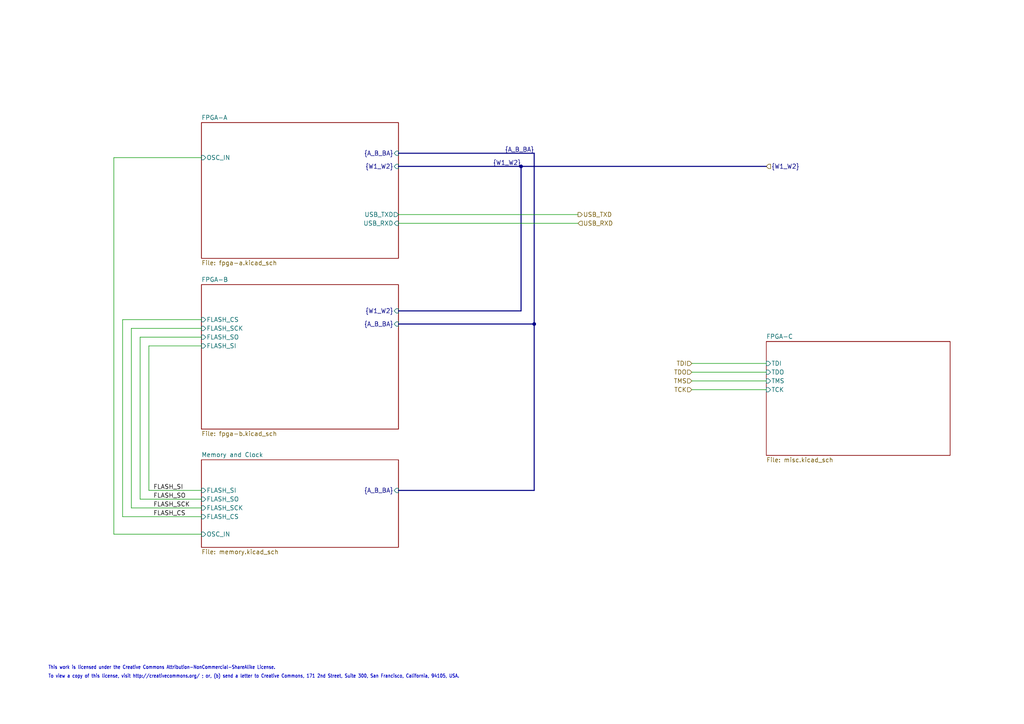
<source format=kicad_sch>
(kicad_sch (version 20230121) (generator eeschema)
  (paper "A4")
  (lib_symbols)
  (bus_alias "A_B_BA" (members "A[0..18]" "D[0..15]" "DQ[0..15]" "CS" "~{WE}" "CLK" "CKE" "OE" "BHE" "BLE" "~{CAS}" "~{RAS}" "BA0" "BA1" "DQMH" "DQML"))
  (bus_alias "W1_W2" (members "W1_A[1..16]" "W1_B[1..16]" "W2_A[1..16]" "OSC_IN" "USB_RXD" "USB_TXD"))
  (junction (at 154.94 93.98))
  (junction (at 151.13 48.26))
  (bus (pts (xy 154.94 93.98) (xy 154.94 142.24)))
  (wire (pts (xy 40.64 97.79) (xy 40.64 144.78)))
  (bus (pts (xy 115.57 93.98) (xy 154.94 93.98)))
  (wire (pts (xy 58.42 97.79) (xy 40.64 97.79)))
  (wire (pts (xy 38.1 95.25) (xy 38.1 147.32)))
  (bus (pts (xy 115.57 44.45) (xy 154.94 44.45)))
  (wire (pts (xy 38.1 147.32) (xy 58.42 147.32)))
  (wire (pts (xy 43.18 100.33) (xy 43.18 142.24)))
  (wire (pts (xy 115.57 64.77) (xy 167.64 64.77)))
  (wire (pts (xy 58.42 92.71) (xy 35.56 92.71)))
  (wire (pts (xy 222.25 107.95) (xy 200.66 107.95)))
  (wire (pts (xy 40.64 144.78) (xy 58.42 144.78)))
  (wire (pts (xy 222.25 113.03) (xy 200.66 113.03)))
  (bus (pts (xy 151.13 48.26) (xy 151.13 90.17)))
  (wire (pts (xy 33.02 45.72) (xy 33.02 154.94)))
  (bus (pts (xy 115.57 48.26) (xy 151.13 48.26)))
  (wire (pts (xy 58.42 154.94) (xy 33.02 154.94)))
  (bus (pts (xy 154.94 44.45) (xy 154.94 93.98)))
  (wire (pts (xy 43.18 142.24) (xy 58.42 142.24)))
  (bus (pts (xy 151.13 48.26) (xy 222.25 48.26)))
  (wire (pts (xy 222.25 105.41) (xy 200.66 105.41)))
  (wire (pts (xy 35.56 149.86) (xy 58.42 149.86)))
  (wire (pts (xy 58.42 100.33) (xy 43.18 100.33)))
  (wire (pts (xy 58.42 95.25) (xy 38.1 95.25)))
  (wire (pts (xy 58.42 45.72) (xy 33.02 45.72)))
  (wire (pts (xy 115.57 62.23) (xy 167.64 62.23)))
  (bus (pts (xy 115.57 142.24) (xy 154.94 142.24)))
  (wire (pts (xy 35.56 92.71) (xy 35.56 149.86)))
  (bus (pts (xy 115.57 90.17) (xy 151.13 90.17)))
  (wire (pts (xy 222.25 110.49) (xy 200.66 110.49)))
  (text "To view a copy of this license, visit http://creativecommons.org/ ; or, (b) send a letter to Creative Commons, 171 2nd Street, Suite 300, San Francisco, California, 94105, USA." (at 13.97 196.85 0) (effects (font (size 1.016 0.8636)) (justify left bottom)))
  (text "This work is licensed under the Creative Commons Attribution-NonCommercial-ShareAlike License." (at 13.97 194.31 0) (effects (font (size 1.016 0.8636)) (justify left bottom)))
  (label "{W1_W2}" (at 151.13 48.26 180))
  (label "FLASH_SO" (at 44.45 144.78 0))
  (label "FLASH_SI" (at 44.45 142.24 0))
  (label "{A_B_BA}" (at 154.94 44.45 180))
  (label "FLASH_CS" (at 44.45 149.86 0))
  (label "FLASH_SCK" (at 44.45 147.32 0))
  (hierarchical_label "TDI" (shape input) (at 200.66 105.41 180))
  (hierarchical_label "{W1_W2}" (shape input) (at 222.25 48.26 0))
  (hierarchical_label "TCK" (shape input) (at 200.66 113.03 180))
  (hierarchical_label "TMS" (shape input) (at 200.66 110.49 180))
  (hierarchical_label "TDO" (shape input) (at 200.66 107.95 180))
  (hierarchical_label "USB_TXD" (shape output) (at 167.64 62.23 0))
  (hierarchical_label "USB_RXD" (shape input) (at 167.64 64.77 0))
  (sheet (at 58.42 35.56) (size 57.15 39.37) (stroke (width 0.1524))
    (property "Sheetname" "FPGA-A" (at 58.42 34.8484 0) (effects (justify left bottom)))
    (property "Sheetfile" "fpga-a.kicad_sch" (at 58.42 75.5146 0) (effects (justify left top)))
    (pin "USB_RXD" input (at 115.57 64.77 0))
    (pin "OSC_IN" input (at 58.42 45.72 180))
    (pin "{W1_W2}" input (at 115.57 48.26 0))
    (pin "{A_B_BA}" input (at 115.57 44.45 0))
    (pin "USB_TXD" output (at 115.57 62.23 0))
  )
  (sheet (at 58.42 133.35) (size 57.15 25.4) (stroke (width 0.1524))
    (property "Sheetname" "Memory and Clock" (at 58.42 132.6384 0) (effects (justify left bottom)))
    (property "Sheetfile" "memory.kicad_sch" (at 58.42 159.3346 0) (effects (justify left top)))
    (pin "FLASH_SI" input (at 58.42 142.24 180))
    (pin "FLASH_SO" input (at 58.42 144.78 180))
    (pin "FLASH_SCK" input (at 58.42 147.32 180))
    (pin "FLASH_CS" input (at 58.42 149.86 180))
    (pin "OSC_IN" input (at 58.42 154.94 180))
    (pin "{A_B_BA}" input (at 115.57 142.24 0))
  )
  (sheet (at 222.25 99.06) (size 53.34 33.02) (stroke (width 0.1524))
    (property "Sheetname" "FPGA-C" (at 222.25 98.3484 0) (effects (justify left bottom)))
    (property "Sheetfile" "misc.kicad_sch" (at 222.25 132.6646 0) (effects (justify left top)))
    (pin "TDI" input (at 222.25 105.41 180))
    (pin "TDO" input (at 222.25 107.95 180))
    (pin "TMS" input (at 222.25 110.49 180))
    (pin "TCK" input (at 222.25 113.03 180))
  )
  (sheet (at 58.42 82.55) (size 57.15 41.91) (stroke (width 0.1524))
    (property "Sheetname" "FPGA-B" (at 58.42 81.8384 0) (effects (justify left bottom)))
    (property "Sheetfile" "fpga-b.kicad_sch" (at 58.42 125.0446 0) (effects (justify left top)))
    (pin "FLASH_CS" input (at 58.42 92.71 180))
    (pin "FLASH_SCK" input (at 58.42 95.25 180))
    (pin "FLASH_SO" input (at 58.42 97.79 180))
    (pin "FLASH_SI" input (at 58.42 100.33 180))
    (pin "{W1_W2}" input (at 115.57 90.17 0))
    (pin "{A_B_BA}" input (at 115.57 93.98 0))
  )
)
</source>
